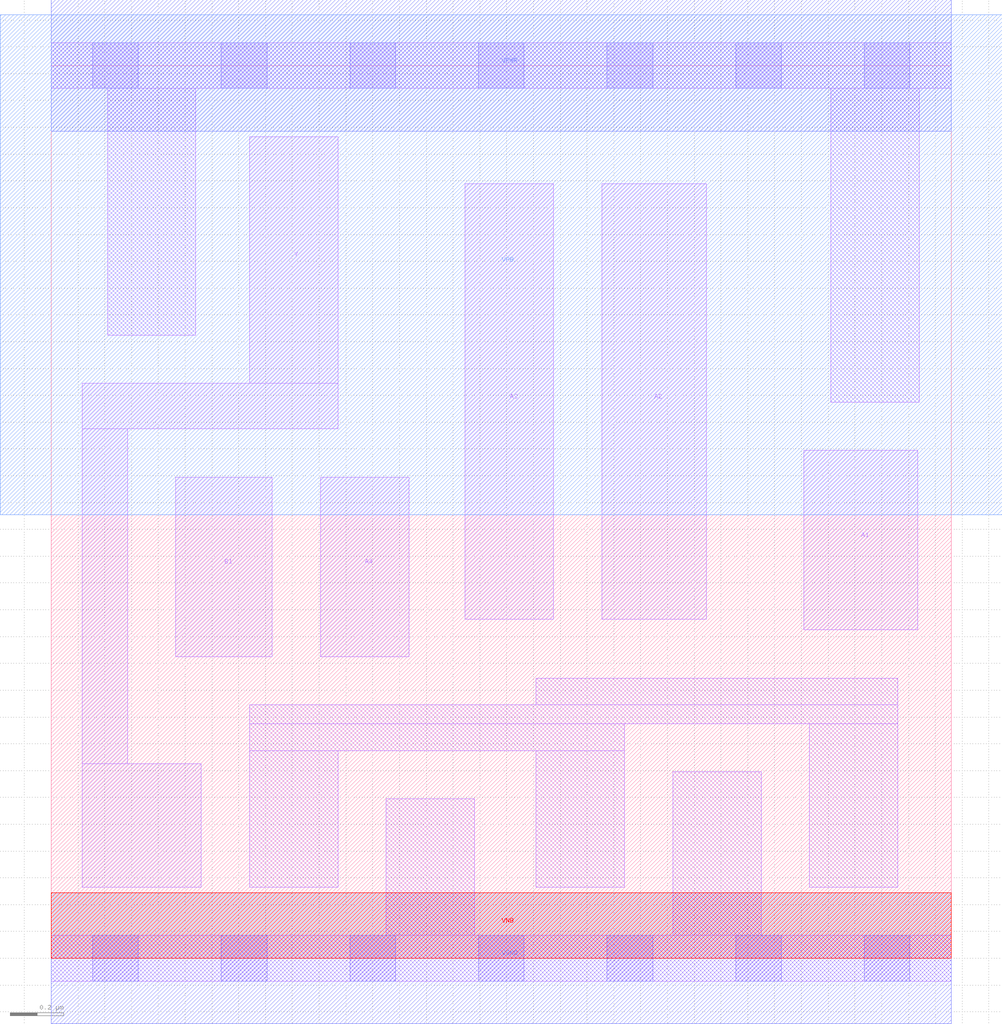
<source format=lef>
# Copyright 2020 The SkyWater PDK Authors
#
# Licensed under the Apache License, Version 2.0 (the "License");
# you may not use this file except in compliance with the License.
# You may obtain a copy of the License at
#
#     https://www.apache.org/licenses/LICENSE-2.0
#
# Unless required by applicable law or agreed to in writing, software
# distributed under the License is distributed on an "AS IS" BASIS,
# WITHOUT WARRANTIES OR CONDITIONS OF ANY KIND, either express or implied.
# See the License for the specific language governing permissions and
# limitations under the License.
#
# SPDX-License-Identifier: Apache-2.0

VERSION 5.7 ;
  NOWIREEXTENSIONATPIN ON ;
  DIVIDERCHAR "/" ;
  BUSBITCHARS "[]" ;
MACRO sky130_fd_sc_lp__o41ai_lp
  CLASS CORE ;
  FOREIGN sky130_fd_sc_lp__o41ai_lp ;
  ORIGIN  0.000000  0.000000 ;
  SIZE  3.360000 BY  3.330000 ;
  SYMMETRY X Y R90 ;
  SITE unit ;
  PIN A1
    ANTENNAGATEAREA  0.313000 ;
    DIRECTION INPUT ;
    USE SIGNAL ;
    PORT
      LAYER li1 ;
        RECT 2.810000 1.225000 3.235000 1.895000 ;
    END
  END A1
  PIN A2
    ANTENNAGATEAREA  0.313000 ;
    DIRECTION INPUT ;
    USE SIGNAL ;
    PORT
      LAYER li1 ;
        RECT 2.055000 1.265000 2.445000 2.890000 ;
    END
  END A2
  PIN A3
    ANTENNAGATEAREA  0.313000 ;
    DIRECTION INPUT ;
    USE SIGNAL ;
    PORT
      LAYER li1 ;
        RECT 1.545000 1.265000 1.875000 2.890000 ;
    END
  END A3
  PIN A4
    ANTENNAGATEAREA  0.313000 ;
    DIRECTION INPUT ;
    USE SIGNAL ;
    PORT
      LAYER li1 ;
        RECT 1.005000 1.125000 1.335000 1.795000 ;
    END
  END A4
  PIN B1
    ANTENNAGATEAREA  0.313000 ;
    DIRECTION INPUT ;
    USE SIGNAL ;
    PORT
      LAYER li1 ;
        RECT 0.465000 1.125000 0.825000 1.795000 ;
    END
  END B1
  PIN Y
    ANTENNADIFFAREA  0.433300 ;
    DIRECTION OUTPUT ;
    USE SIGNAL ;
    PORT
      LAYER li1 ;
        RECT 0.115000 0.265000 0.560000 0.725000 ;
        RECT 0.115000 0.725000 0.285000 1.975000 ;
        RECT 0.115000 1.975000 1.070000 2.145000 ;
        RECT 0.740000 2.145000 1.070000 3.065000 ;
    END
  END Y
  PIN VGND
    DIRECTION INOUT ;
    USE GROUND ;
    PORT
      LAYER met1 ;
        RECT 0.000000 -0.245000 3.360000 0.245000 ;
    END
  END VGND
  PIN VNB
    DIRECTION INOUT ;
    USE GROUND ;
    PORT
      LAYER pwell ;
        RECT 0.000000 0.000000 3.360000 0.245000 ;
    END
  END VNB
  PIN VPB
    DIRECTION INOUT ;
    USE POWER ;
    PORT
      LAYER nwell ;
        RECT -0.190000 1.655000 3.550000 3.520000 ;
    END
  END VPB
  PIN VPWR
    DIRECTION INOUT ;
    USE POWER ;
    PORT
      LAYER met1 ;
        RECT 0.000000 3.085000 3.360000 3.575000 ;
    END
  END VPWR
  OBS
    LAYER li1 ;
      RECT 0.000000 -0.085000 3.360000 0.085000 ;
      RECT 0.000000  3.245000 3.360000 3.415000 ;
      RECT 0.210000  2.325000 0.540000 3.245000 ;
      RECT 0.740000  0.265000 1.070000 0.775000 ;
      RECT 0.740000  0.775000 2.140000 0.875000 ;
      RECT 0.740000  0.875000 3.160000 0.945000 ;
      RECT 1.250000  0.085000 1.580000 0.595000 ;
      RECT 1.810000  0.265000 2.140000 0.775000 ;
      RECT 1.810000  0.945000 3.160000 1.045000 ;
      RECT 2.320000  0.085000 2.650000 0.695000 ;
      RECT 2.830000  0.265000 3.160000 0.875000 ;
      RECT 2.910000  2.075000 3.240000 3.245000 ;
    LAYER mcon ;
      RECT 0.155000 -0.085000 0.325000 0.085000 ;
      RECT 0.155000  3.245000 0.325000 3.415000 ;
      RECT 0.635000 -0.085000 0.805000 0.085000 ;
      RECT 0.635000  3.245000 0.805000 3.415000 ;
      RECT 1.115000 -0.085000 1.285000 0.085000 ;
      RECT 1.115000  3.245000 1.285000 3.415000 ;
      RECT 1.595000 -0.085000 1.765000 0.085000 ;
      RECT 1.595000  3.245000 1.765000 3.415000 ;
      RECT 2.075000 -0.085000 2.245000 0.085000 ;
      RECT 2.075000  3.245000 2.245000 3.415000 ;
      RECT 2.555000 -0.085000 2.725000 0.085000 ;
      RECT 2.555000  3.245000 2.725000 3.415000 ;
      RECT 3.035000 -0.085000 3.205000 0.085000 ;
      RECT 3.035000  3.245000 3.205000 3.415000 ;
  END
END sky130_fd_sc_lp__o41ai_lp
END LIBRARY

</source>
